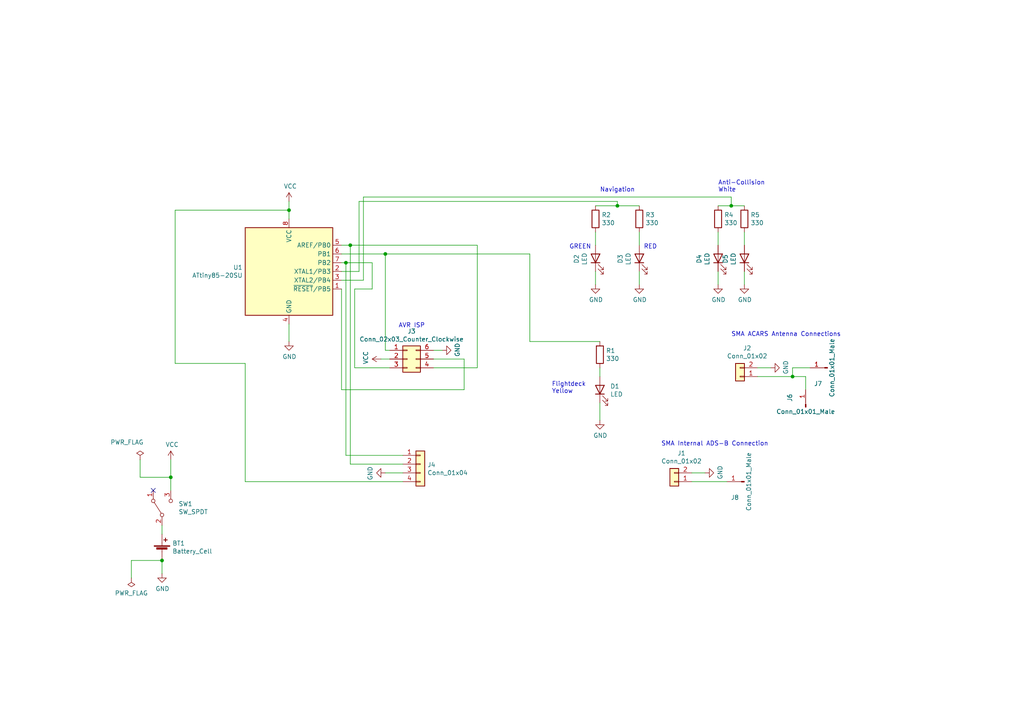
<source format=kicad_sch>
(kicad_sch (version 20230121) (generator eeschema)
  (paper "A4")
  (title_block (title "Aerospace Village Badge 2020") (date "2020-06-22") (rev "v02") (comment 3 "aerospacevillage.org") (comment 4 "Author: Dan Allen"))
  (lib_symbols
    (symbol "Connector_Generic:Conn_01x02" (pin_names (offset 1.016) hide)
      (property "Reference" "J" (at 0 2.54 0))
      (property "Value" "Conn_01x02" (at 0 -5.08 0))
      (symbol "Conn_01x02_1_1"
        (rectangle (start -1.27 -2.413) (end 0 -2.667) (stroke (width 0.1524)))
        (rectangle (start -1.27 0.127) (end 0 -0.127) (stroke (width 0.1524)))
        (rectangle (start -1.27 1.27) (end 1.27 -3.81) (stroke (width 0.254)) (fill (type background)))
        (pin passive line (at -5.08 0 0) (length 3.81) (name "Pin_1") (number "1"))
        (pin passive line (at -5.08 -2.54 0) (length 3.81) (name "Pin_2") (number "2"))
      )
    )
    (symbol "Connector_Generic:Conn_01x04" (pin_names (offset 1.016) hide)
      (property "Reference" "J" (at 0 5.08 0))
      (property "Value" "Conn_01x04" (at 0 -7.62 0))
      (symbol "Conn_01x04_1_1"
        (rectangle (start -1.27 -4.953) (end 0 -5.207) (stroke (width 0.1524)))
        (rectangle (start -1.27 -2.413) (end 0 -2.667) (stroke (width 0.1524)))
        (rectangle (start -1.27 0.127) (end 0 -0.127) (stroke (width 0.1524)))
        (rectangle (start -1.27 2.667) (end 0 2.413) (stroke (width 0.1524)))
        (rectangle (start -1.27 3.81) (end 1.27 -6.35) (stroke (width 0.254)) (fill (type background)))
        (pin passive line (at -5.08 2.54 0) (length 3.81) (name "Pin_1") (number "1"))
        (pin passive line (at -5.08 0 0) (length 3.81) (name "Pin_2") (number "2"))
        (pin passive line (at -5.08 -2.54 0) (length 3.81) (name "Pin_3") (number "3"))
        (pin passive line (at -5.08 -5.08 0) (length 3.81) (name "Pin_4") (number "4"))
      )
    )
    (symbol "Connector_Generic:Conn_02x03_Counter_Clockwise" (pin_names (offset 1.016) hide)
      (property "Reference" "J" (at 1.27 5.08 0))
      (property "Value" "Conn_02x03_Counter_Clockwise" (at 1.27 -5.08 0))
      (symbol "Conn_02x03_Counter_Clockwise_1_1"
        (rectangle (start -1.27 -2.413) (end 0 -2.667) (stroke (width 0.1524)))
        (rectangle (start -1.27 0.127) (end 0 -0.127) (stroke (width 0.1524)))
        (rectangle (start -1.27 2.667) (end 0 2.413) (stroke (width 0.1524)))
        (rectangle (start -1.27 3.81) (end 3.81 -3.81) (stroke (width 0.254)) (fill (type background)))
        (rectangle (start 3.81 -2.413) (end 2.54 -2.667) (stroke (width 0.1524)))
        (rectangle (start 3.81 0.127) (end 2.54 -0.127) (stroke (width 0.1524)))
        (rectangle (start 3.81 2.667) (end 2.54 2.413) (stroke (width 0.1524)))
        (pin passive line (at -5.08 2.54 0) (length 3.81) (name "Pin_1") (number "1"))
        (pin passive line (at -5.08 0 0) (length 3.81) (name "Pin_2") (number "2"))
        (pin passive line (at -5.08 -2.54 0) (length 3.81) (name "Pin_3") (number "3"))
        (pin passive line (at 7.62 -2.54 180) (length 3.81) (name "Pin_4") (number "4"))
        (pin passive line (at 7.62 0 180) (length 3.81) (name "Pin_5") (number "5"))
        (pin passive line (at 7.62 2.54 180) (length 3.81) (name "Pin_6") (number "6"))
      )
    )
    (symbol "Device:Battery_Cell" (pin_numbers hide) (pin_names (offset 0) hide)
      (property "Reference" "BT" (at 2.54 2.54 0))
      (property "Value" "Battery_Cell" (at 2.54 0 0))
      (symbol "Battery_Cell_0_1"
        (rectangle (start -2.286 1.778) (end 2.286 1.524) (fill (type outline)))
        (rectangle (start -1.5748 1.1938) (end 1.4732 0.6858) (fill (type outline)))
        (polyline (pts (xy 0 0.762) (xy 0 0)))
        (polyline (pts (xy 0 1.778) (xy 0 2.54)))
        (polyline (pts (xy 0.508 3.429) (xy 1.524 3.429)) (stroke (width 0.254)))
        (polyline (pts (xy 1.016 3.937) (xy 1.016 2.921)) (stroke (width 0.254)))
      )
      (symbol "Battery_Cell_1_1"
        (pin passive line (at 0 5.08 270) (length 2.54) (name "+") (number "1"))
        (pin passive line (at 0 -2.54 90) (length 2.54) (name "-") (number "2"))
      )
    )
    (symbol "Device:LED" (pin_numbers hide) (pin_names (offset 1.016) hide)
      (property "Reference" "D" (at 0 2.54 0))
      (property "Value" "LED" (at 0 -2.54 0))
      (symbol "LED_0_1"
        (polyline (pts (xy -1.27 -1.27) (xy -1.27 1.27)) (stroke (width 0.254)))
        (polyline (pts (xy -1.27 0) (xy 1.27 0)))
        (polyline (pts (xy 1.27 -1.27) (xy 1.27 1.27) (xy -1.27 0) (xy 1.27 -1.27)) (stroke (width 0.254)))
        (polyline (pts (xy -3.048 -0.762) (xy -4.572 -2.286) (xy -3.81 -2.286) (xy -4.572 -2.286) (xy -4.572 -1.524)))
        (polyline (pts (xy -1.778 -0.762) (xy -3.302 -2.286) (xy -2.54 -2.286) (xy -3.302 -2.286) (xy -3.302 -1.524)))
      )
      (symbol "LED_1_1"
        (pin passive line (at -3.81 0 0) (length 2.54) (name "K") (number "1"))
        (pin passive line (at 3.81 0 180) (length 2.54) (name "A") (number "2"))
      )
    )
    (symbol "Device:R" (pin_numbers hide) (pin_names (offset 0))
      (property "Reference" "R" (at 2.032 0 90))
      (property "Value" "R" (at 0 0 90))
      (symbol "R_0_1"
        (rectangle (start -1.016 -2.54) (end 1.016 2.54) (stroke (width 0.254)))
      )
      (symbol "R_1_1"
        (pin passive line (at 0 3.81 270) (length 1.27) (name "~") (number "1"))
        (pin passive line (at 0 -3.81 90) (length 1.27) (name "~") (number "2"))
      )
    )
    (symbol "Switch:SW_SPDT" (pin_names (offset 0) hide)
      (property "Reference" "SW" (at 0 4.318 0))
      (property "Value" "SW_SPDT" (at 0 -5.08 0))
      (symbol "SW_SPDT_0_0"
        (circle (center -2.032 0) (radius 0.508))
        (circle (center 2.032 -2.54) (radius 0.508))
      )
      (symbol "SW_SPDT_0_1"
        (polyline (pts (xy -1.524 0.254) (xy 1.651 2.286)))
        (circle (center 2.032 2.54) (radius 0.508))
      )
      (symbol "SW_SPDT_1_1"
        (pin passive line (at 5.08 2.54 180) (length 2.54) (name "A") (number "1"))
        (pin passive line (at -5.08 0 0) (length 2.54) (name "B") (number "2"))
        (pin passive line (at 5.08 -2.54 180) (length 2.54) (name "C") (number "3"))
      )
    )
    (symbol "aerospace_badge-rescue:ATtiny85-20SU-MCU_Microchip_ATtiny"
      (property "Reference" "U" (at -12.7 13.97 0))
      (property "Value" "MCU_Microchip_ATtiny_ATtiny85-20SU" (at 2.54 -13.97 0))
      (symbol "ATtiny85-20SU-MCU_Microchip_ATtiny_0_1"
        (rectangle (start -12.7 -12.7) (end 12.7 12.7) (stroke (width 0.254)) (fill (type background)))
      )
      (symbol "ATtiny85-20SU-MCU_Microchip_ATtiny_1_1"
        (pin bidirectional line (at 15.24 -5.08 180) (length 2.54) (name "~{RESET}/PB5") (number "1"))
        (pin bidirectional line (at 15.24 0 180) (length 2.54) (name "XTAL1/PB3") (number "2"))
        (pin bidirectional line (at 15.24 -2.54 180) (length 2.54) (name "XTAL2/PB4") (number "3"))
        (pin power_in line (at 0 -15.24 90) (length 2.54) (name "GND") (number "4"))
        (pin bidirectional line (at 15.24 7.62 180) (length 2.54) (name "AREF/PB0") (number "5"))
        (pin bidirectional line (at 15.24 5.08 180) (length 2.54) (name "PB1") (number "6"))
        (pin bidirectional line (at 15.24 2.54 180) (length 2.54) (name "PB2") (number "7"))
        (pin power_in line (at 0 15.24 270) (length 2.54) (name "VCC") (number "8"))
      )
    )
    (symbol "aerospace_badge-rescue:Conn_01x01_Male-Connector" (pin_names (offset 1.016) hide)
      (property "Reference" "J" (at 0 2.54 0))
      (property "Value" "Connector_Conn_01x01_Male" (at 0 -2.54 0))
      (symbol "Conn_01x01_Male-Connector_1_1"
        (polyline (pts (xy 1.27 0) (xy 0.8636 0)) (stroke (width 0.1524)))
        (rectangle (start 0.8636 0.127) (end 0 -0.127) (stroke (width 0.1524)) (fill (type outline)))
        (pin passive line (at 5.08 0 180) (length 3.81) (name "Pin_1") (number "1"))
      )
    )
    (symbol "power:GND" (power) (pin_names (offset 0))
      (property "Value" "GND" (at 0 -3.81 0))
      (symbol "GND_0_1"
        (polyline (pts (xy 0 0) (xy 0 -1.27) (xy 1.27 -1.27) (xy 0 -2.54) (xy -1.27 -1.27) (xy 0 -1.27)))
      )
      (symbol "GND_1_1"
        (pin power_in line (at 0 0 270) (length 0) hide (name "GND") (number "1"))
      )
    )
    (symbol "power:PWR_FLAG" (power) (pin_numbers hide) (pin_names (offset 0) hide)
      (property "Value" "PWR_FLAG" (at 0 3.81 0))
      (symbol "PWR_FLAG_0_0"
        (pin power_out line (at 0 0 90) (length 0) (name "pwr") (number "1"))
      )
      (symbol "PWR_FLAG_0_1"
        (polyline (pts (xy 0 0) (xy 0 1.27) (xy -1.016 1.905) (xy 0 2.54) (xy 1.016 1.905) (xy 0 1.27)))
      )
    )
    (symbol "power:VCC" (power) (pin_names (offset 0))
      (property "Value" "VCC" (at 0 3.81 0))
      (symbol "VCC_0_1"
        (polyline (pts (xy -0.762 1.27) (xy 0 2.54)))
        (polyline (pts (xy 0 0) (xy 0 2.54)))
        (polyline (pts (xy 0 2.54) (xy 0.762 1.27)))
      )
      (symbol "VCC_1_1"
        (pin power_in line (at 0 0 90) (length 0) hide (name "VCC") (number "1"))
      )
    )
  )
  (junction (at 111.76 73.66))
  (junction (at 229.87 109.22))
  (junction (at 46.99 162.56))
  (junction (at 212.09 59.69))
  (junction (at 101.6 71.12))
  (junction (at 83.82 60.96))
  (junction (at 49.53 138.43))
  (junction (at 179.07 59.69))
  (junction (at 100.33 76.2))
  (no_connect (at 44.45 142.24))
  (wire (pts (xy 50.8 60.96) (xy 50.8 105.41)))
  (wire (pts (xy 172.72 78.74) (xy 172.72 82.55)))
  (wire (pts (xy 83.82 60.96) (xy 83.82 58.42)))
  (wire (pts (xy 83.82 63.5) (xy 83.82 60.96)))
  (wire (pts (xy 49.53 142.24) (xy 49.53 138.43)))
  (wire (pts (xy 107.95 83.82) (xy 102.87 83.82)))
  (wire (pts (xy 111.76 73.66) (xy 153.67 73.66)))
  (wire (pts (xy 71.12 139.7) (xy 116.84 139.7)))
  (wire (pts (xy 101.6 134.62) (xy 116.84 134.62)))
  (wire (pts (xy 185.42 78.74) (xy 185.42 82.55)))
  (wire (pts (xy 125.73 104.14) (xy 134.62 104.14)))
  (wire (pts (xy 38.1 162.56) (xy 38.1 167.64)))
  (wire (pts (xy 46.99 162.56) (xy 38.1 162.56)))
  (wire (pts (xy 173.99 106.68) (xy 173.99 109.22)))
  (wire (pts (xy 212.09 57.15) (xy 212.09 59.69)))
  (wire (pts (xy 40.64 138.43) (xy 49.53 138.43)))
  (wire (pts (xy 83.82 60.96) (xy 50.8 60.96)))
  (wire (pts (xy 138.43 71.12) (xy 138.43 106.68)))
  (wire (pts (xy 99.06 78.74) (xy 104.14 78.74)))
  (wire (pts (xy 233.68 109.22) (xy 233.68 113.03)))
  (wire (pts (xy 102.87 106.68) (xy 113.03 106.68)))
  (wire (pts (xy 219.71 109.22) (xy 229.87 109.22)))
  (wire (pts (xy 172.72 67.31) (xy 172.72 71.12)))
  (wire (pts (xy 49.53 138.43) (xy 49.53 133.35)))
  (wire (pts (xy 107.95 76.2) (xy 107.95 83.82)))
  (wire (pts (xy 46.99 154.94) (xy 46.99 152.4)))
  (wire (pts (xy 215.9 67.31) (xy 215.9 71.12)))
  (wire (pts (xy 208.28 59.69) (xy 212.09 59.69)))
  (wire (pts (xy 111.76 137.16) (xy 116.84 137.16)))
  (wire (pts (xy 153.67 73.66) (xy 153.67 99.06)))
  (wire (pts (xy 208.28 78.74) (xy 208.28 82.55)))
  (wire (pts (xy 99.06 73.66) (xy 111.76 73.66)))
  (wire (pts (xy 200.66 139.7) (xy 210.82 139.7)))
  (wire (pts (xy 50.8 105.41) (xy 71.12 105.41)))
  (wire (pts (xy 138.43 106.68) (xy 125.73 106.68)))
  (wire (pts (xy 101.6 71.12) (xy 138.43 71.12)))
  (wire (pts (xy 185.42 67.31) (xy 185.42 71.12)))
  (wire (pts (xy 46.99 162.56) (xy 46.99 166.37)))
  (wire (pts (xy 111.76 101.6) (xy 113.03 101.6)))
  (wire (pts (xy 134.62 113.03) (xy 99.06 113.03)))
  (wire (pts (xy 105.41 57.15) (xy 212.09 57.15)))
  (wire (pts (xy 99.06 76.2) (xy 100.33 76.2)))
  (wire (pts (xy 208.28 67.31) (xy 208.28 71.12)))
  (wire (pts (xy 229.87 109.22) (xy 229.87 106.68)))
  (wire (pts (xy 99.06 71.12) (xy 101.6 71.12)))
  (wire (pts (xy 102.87 83.82) (xy 102.87 106.68)))
  (wire (pts (xy 173.99 116.84) (xy 173.99 121.92)))
  (wire (pts (xy 104.14 58.42) (xy 179.07 58.42)))
  (wire (pts (xy 212.09 59.69) (xy 215.9 59.69)))
  (wire (pts (xy 101.6 71.12) (xy 101.6 134.62)))
  (wire (pts (xy 215.9 78.74) (xy 215.9 82.55)))
  (wire (pts (xy 185.42 59.69) (xy 179.07 59.69)))
  (wire (pts (xy 100.33 76.2) (xy 107.95 76.2)))
  (wire (pts (xy 113.03 104.14) (xy 110.49 104.14)))
  (wire (pts (xy 219.71 106.68) (xy 223.52 106.68)))
  (wire (pts (xy 111.76 73.66) (xy 111.76 101.6)))
  (wire (pts (xy 179.07 58.42) (xy 179.07 59.69)))
  (wire (pts (xy 100.33 132.08) (xy 116.84 132.08)))
  (wire (pts (xy 105.41 81.28) (xy 105.41 57.15)))
  (wire (pts (xy 71.12 105.41) (xy 71.12 139.7)))
  (wire (pts (xy 99.06 83.82) (xy 99.06 113.03)))
  (wire (pts (xy 99.06 81.28) (xy 105.41 81.28)))
  (wire (pts (xy 125.73 101.6) (xy 128.27 101.6)))
  (wire (pts (xy 179.07 59.69) (xy 172.72 59.69)))
  (wire (pts (xy 200.66 137.16) (xy 204.47 137.16)))
  (wire (pts (xy 83.82 93.98) (xy 83.82 99.06)))
  (wire (pts (xy 229.87 106.68) (xy 234.95 106.68)))
  (wire (pts (xy 104.14 78.74) (xy 104.14 58.42)))
  (wire (pts (xy 134.62 104.14) (xy 134.62 113.03)))
  (wire (pts (xy 100.33 76.2) (xy 100.33 132.08)))
  (wire (pts (xy 40.64 138.43) (xy 40.64 133.35)))
  (wire (pts (xy 153.67 99.06) (xy 173.99 99.06)))
  (wire (pts (xy 229.87 109.22) (xy 233.68 109.22)))
  (text "SMA Internal ADS-B Connection" (at 191.77 129.54 0) (effects (font (size 1.27 1.27)) (justify left bottom)))
  (text "Anti-Collision\nWhite" (at 208.28 55.88 0) (effects (font (size 1.27 1.27)) (justify left bottom)))
  (text "AVR ISP" (at 115.57 95.25 0) (effects (font (size 1.27 1.27)) (justify left bottom)))
  (text "Navigation" (at 173.99 55.88 0) (effects (font (size 1.27 1.27)) (justify left bottom)))
  (text "SMA ACARS Antenna Connections" (at 212.09 97.79 0) (effects (font (size 1.27 1.27)) (justify left bottom)))
  (text "Flightdeck\nYellow" (at 160.02 114.3 0) (effects (font (size 1.27 1.27)) (justify left bottom)))
  (text "RED" (at 186.69 72.39 0) (effects (font (size 1.27 1.27)) (justify left bottom)))
  (text "GREEN" (at 165.1 72.39 0) (effects (font (size 1.27 1.27)) (justify left bottom)))
  (symbol (lib_id "aerospace_badge-rescue:ATtiny85-20SU-MCU_Microchip_ATtiny") (at 83.82 78.74 0) (unit 1)
    (property "Reference" "U1" (at 70.3834 77.5716 0) (effects (justify right)))
    (property "Value" "ATtiny85-20SU" (at 70.3834 79.883 0) (effects (justify right)))
    (property "Footprint" "Package_SO:SOIJ-8_5.3x5.3mm_P1.27mm" (effects hide))
    (property "Datasheet" "http://ww1.microchip.com/downloads/en/DeviceDoc/atmel-2586-avr-8-bit-microcontroller-attiny25-attiny45-attiny85_datasheet.pdf" (effects hide))
  )
  (symbol (lib_id "Connector_Generic:Conn_02x03_Counter_Clockwise") (at 118.11 104.14 0) (unit 1)
    (property "Reference" "J3" (at 119.38 96.0882 0))
    (property "Value" "Conn_02x03_Counter_Clockwise" (at 119.38 98.3996 0))
    (property "Footprint" "aerospace_badge:isp_pad" (effects hide))
  )
  (symbol (lib_id "Device:Battery_Cell") (at 46.99 160.02 0) (unit 1)
    (property "Reference" "BT1" (at 49.9872 157.5816 0) (effects (justify left)))
    (property "Value" "Battery_Cell" (at 49.9872 159.893 0) (effects (justify left)))
    (property "Footprint" "Battery:BatteryHolder_Keystone_3034_1x20mm" (effects hide))
  )
  (symbol (lib_id "Device:R") (at 172.72 63.5 0) (unit 1)
    (property "Reference" "R2" (at 174.498 62.3316 0) (effects (justify left)))
    (property "Value" "330" (at 174.498 64.643 0) (effects (justify left)))
    (property "Footprint" "Resistor_SMD:R_1206_3216Metric" (effects hide))
  )
  (symbol (lib_id "Device:LED") (at 173.99 113.03 90) (unit 1)
    (property "Reference" "D1" (at 176.9872 112.0394 90) (effects (justify right)))
    (property "Value" "LED" (at 176.9872 114.3508 90) (effects (justify right)))
    (property "Footprint" "sunled:XZMYK45WT-9" (effects hide))
  )
  (symbol (lib_id "aerospace_badge-rescue:Conn_01x01_Male-Connector") (at 215.9 139.7 180) (unit 1)
    (property "Reference" "J8" (at 213.1568 144.2974 0))
    (property "Value" "Conn_01x01_Male" (at 217.17 139.7 90))
    (property "Footprint" "aerospace_badge:badge_v02" (effects hide))
  )
  (symbol (lib_id "Device:LED") (at 172.72 74.93 90) (unit 1)
    (property "Reference" "D2" (at 167.2082 75.1078 0))
    (property "Value" "LED" (at 169.5196 75.1078 0))
    (property "Footprint" "sunled:XZDGK45WT-9" (effects hide))
  )
  (symbol (lib_id "Device:LED") (at 215.9 74.93 90) (unit 1)
    (property "Reference" "D5" (at 210.3882 75.1078 0))
    (property "Value" "LED" (at 212.6996 75.1078 0))
    (property "Footprint" "aerospace_badge:led_in-s124ar" (effects hide))
  )
  (symbol (lib_id "Device:LED") (at 208.28 74.93 90) (unit 1)
    (property "Reference" "D4" (at 202.7682 75.1078 0))
    (property "Value" "LED" (at 205.0796 75.1078 0))
    (property "Footprint" "aerospace_badge:led_in-s124ar" (effects hide))
  )
  (symbol (lib_id "Device:LED") (at 185.42 74.93 90) (unit 1)
    (property "Reference" "D3" (at 179.9082 75.1078 0))
    (property "Value" "LED" (at 182.2196 75.1078 0))
    (property "Footprint" "sunled:XZM2CRK45WT-9" (effects hide))
  )
  (symbol (lib_id "Device:R") (at 215.9 63.5 0) (unit 1)
    (property "Reference" "R5" (at 217.678 62.3316 0) (effects (justify left)))
    (property "Value" "330" (at 217.678 64.643 0) (effects (justify left)))
    (property "Footprint" "Resistor_SMD:R_1206_3216Metric" (effects hide))
  )
  (symbol (lib_id "Device:R") (at 208.28 63.5 0) (unit 1)
    (property "Reference" "R4" (at 210.058 62.3316 0) (effects (justify left)))
    (property "Value" "330" (at 210.058 64.643 0) (effects (justify left)))
    (property "Footprint" "Resistor_SMD:R_1206_3216Metric" (effects hide))
  )
  (symbol (lib_id "Device:R") (at 185.42 63.5 0) (unit 1)
    (property "Reference" "R3" (at 187.198 62.3316 0) (effects (justify left)))
    (property "Value" "330" (at 187.198 64.643 0) (effects (justify left)))
    (property "Footprint" "Resistor_SMD:R_1206_3216Metric" (effects hide))
  )
  (symbol (lib_id "Device:R") (at 173.99 102.87 0) (unit 1)
    (property "Reference" "R1" (at 175.768 101.7016 0) (effects (justify left)))
    (property "Value" "330" (at 175.768 104.013 0) (effects (justify left)))
    (property "Footprint" "Resistor_SMD:R_1206_3216Metric" (effects hide))
  )
  (symbol (lib_id "Connector_Generic:Conn_01x02") (at 214.63 109.22 180) (unit 1)
    (property "Reference" "J2" (at 216.7128 100.965 0))
    (property "Value" "Conn_01x02" (at 216.7128 103.2764 0))
    (property "Footprint" "aerospace_badge:linx_sma_jack_female_socket" (effects hide))
  )
  (symbol (lib_id "power:GND") (at 223.52 106.68 90) (unit 1)
    (property "Reference" "#PWR01" (effects hide))
    (property "Value" "GND" (at 227.9142 106.553 0))
  )
  (symbol (lib_id "power:GND") (at 208.28 82.55 0) (unit 1)
    (property "Reference" "#PWR0111" (effects hide))
    (property "Value" "GND" (at 208.407 86.9442 0))
  )
  (symbol (lib_id "power:GND") (at 111.76 137.16 270) (unit 1)
    (property "Reference" "#PWR0113" (effects hide))
    (property "Value" "GND" (at 107.3658 137.287 0))
  )
  (symbol (lib_id "power:GND") (at 172.72 82.55 0) (unit 1)
    (property "Reference" "#PWR0112" (effects hide))
    (property "Value" "GND" (at 172.847 86.9442 0))
  )
  (symbol (lib_id "power:PWR_FLAG") (at 40.64 133.35 0) (unit 1)
    (property "Reference" "#FLG0101" (effects hide))
    (property "Value" "PWR_FLAG" (at 36.83 128.27 0))
  )
  (symbol (lib_id "power:PWR_FLAG") (at 38.1 167.64 180) (unit 1)
    (property "Reference" "#FLG0102" (effects hide))
    (property "Value" "PWR_FLAG" (at 38.1 172.0342 0))
  )
  (symbol (lib_id "power:GND") (at 215.9 82.55 0) (unit 1)
    (property "Reference" "#PWR0101" (effects hide))
    (property "Value" "GND" (at 216.027 86.9442 0))
  )
  (symbol (lib_id "power:GND") (at 173.99 121.92 0) (unit 1)
    (property "Reference" "#PWR0102" (effects hide))
    (property "Value" "GND" (at 174.117 126.3142 0))
  )
  (symbol (lib_id "power:GND") (at 83.82 99.06 0) (unit 1)
    (property "Reference" "#PWR0103" (effects hide))
    (property "Value" "GND" (at 83.947 103.4542 0))
  )
  (symbol (lib_id "power:VCC") (at 83.82 58.42 0) (unit 1)
    (property "Reference" "#PWR0104" (effects hide))
    (property "Value" "VCC" (at 84.201 54.0258 0))
  )
  (symbol (lib_id "power:GND") (at 46.99 166.37 0) (unit 1)
    (property "Reference" "#PWR0105" (effects hide))
    (property "Value" "GND" (at 47.117 170.7642 0))
  )
  (symbol (lib_id "power:VCC") (at 49.53 133.35 0) (unit 1)
    (property "Reference" "#PWR0106" (effects hide))
    (property "Value" "VCC" (at 49.911 128.9558 0))
  )
  (symbol (lib_id "Connector_Generic:Conn_01x02") (at 195.58 139.7 180) (unit 1)
    (property "Reference" "J1" (at 197.6628 131.445 0))
    (property "Value" "Conn_01x02" (at 197.6628 133.7564 0))
    (property "Footprint" "aerospace_badge:linx_sma_jack_female_socket" (effects hide))
  )
  (symbol (lib_id "power:GND") (at 204.47 137.16 90) (unit 1)
    (property "Reference" "#PWR0107" (effects hide))
    (property "Value" "GND" (at 208.8642 137.033 0))
  )
  (symbol (lib_id "power:GND") (at 185.42 82.55 0) (unit 1)
    (property "Reference" "#PWR0108" (effects hide))
    (property "Value" "GND" (at 185.547 86.9442 0))
  )
  (symbol (lib_id "power:VCC") (at 110.49 104.14 90) (unit 1)
    (property "Reference" "#PWR0109" (effects hide))
    (property "Value" "VCC" (at 106.0958 103.759 0))
  )
  (symbol (lib_id "power:GND") (at 128.27 101.6 90) (unit 1)
    (property "Reference" "#PWR0110" (effects hide))
    (property "Value" "GND" (at 132.6642 101.473 0))
  )
  (symbol (lib_id "aerospace_badge-rescue:Conn_01x01_Male-Connector") (at 240.03 106.68 180) (unit 1)
    (property "Reference" "J7" (at 237.2868 111.2774 0))
    (property "Value" "Conn_01x01_Male" (at 241.3 106.68 90))
    (property "Footprint" "aerospace_badge:wire_terminal_sr99s01" (effects hide))
  )
  (symbol (lib_id "aerospace_badge-rescue:Conn_01x01_Male-Connector") (at 233.68 118.11 90) (unit 1)
    (property "Reference" "J6" (at 229.0826 115.3668 0))
    (property "Value" "Conn_01x01_Male" (at 233.68 119.38 90))
    (property "Footprint" "aerospace_badge:wire_terminal_sr99s01" (effects hide))
  )
  (symbol (lib_id "Connector_Generic:Conn_01x04") (at 121.92 134.62 0) (unit 1)
    (property "Reference" "J4" (at 123.952 134.8232 0) (effects (justify left)))
    (property "Value" "Conn_01x04" (at 123.952 137.1346 0) (effects (justify left)))
    (property "Footprint" "Connector_PinHeader_2.54mm:PinHeader_1x04_P2.54mm_Vertical" (effects hide))
  )
  (symbol (lib_id "Switch:SW_SPDT") (at 46.99 147.32 90) (unit 1)
    (property "Reference" "SW1" (at 51.7652 146.1516 90) (effects (justify right)))
    (property "Value" "SW_SPDT" (at 51.7652 148.463 90) (effects (justify right)))
    (property "Footprint" "aerospace_badge:switch_JS202011SCQN" (effects hide))
  )
)
</source>
